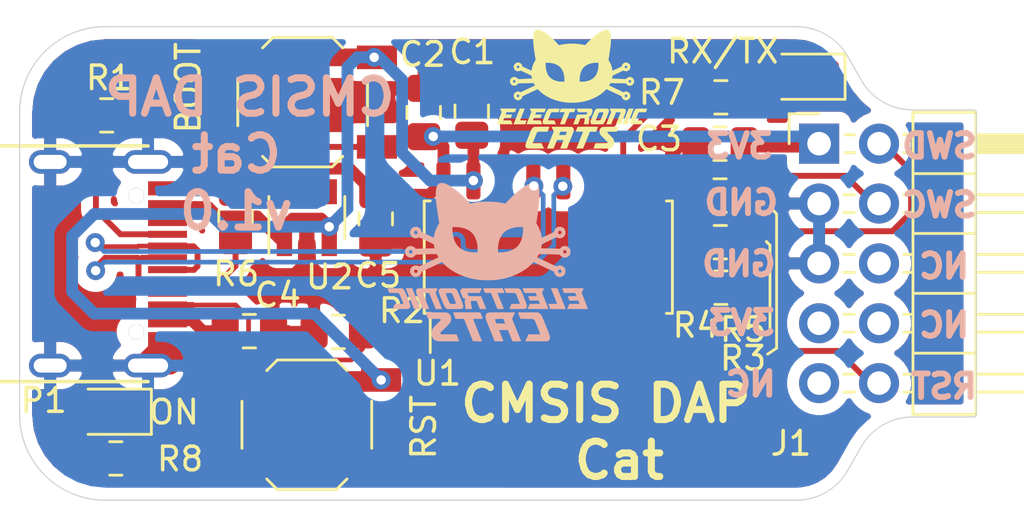
<source format=kicad_pcb>
(kicad_pcb (version 20171130) (host pcbnew "(5.1.6)-1")
  (layers (0 F.Cu signal hide) (31 B.Cu signal) (34 B.Paste user) (35 F.Paste user) (36 B.SilkS user) (37 F.SilkS user) (38 B.Mask user hide) (39 F.Mask user hide) (44 Edge.Cuts user))
  (net 0 "")
  (net 1 GND)
  (net 2 +5V)
  (net 3 +3V3)
  (net 4 "Net-(D1-Pad2)")
  (net 5 "Net-(D2-Pad2)")
  (net 6 /RESET)
  (net 7 "Net-(J1-Pad9)")
  (net 8 "Net-(J1-Pad8)")
  (net 9 "Net-(J1-Pad7)")
  (net 10 "Net-(J1-Pad6)")
  (net 11 /SWCLK)
  (net 12 /SWDIO)
  (net 13 "Net-(P1-PadB5)")
  (net 14 /D+)
  (net 15 /D-)
  (net 16 "Net-(P1-PadA5)")
  (net 17 "Net-(R3-Pad2)")
  (net 18 "Net-(R4-Pad2)")
  (net 19 "Net-(R5-Pad2)")
  (net 20 "Net-(R6-Pad2)")
  (net 21 /LED)
  (net 22 /RST)
  (net 23 "Net-(U1-Pad11)")
  (net 24 "Net-(U1-Pad9)")
  (net 25 "Net-(U1-Pad5)")
  (net 26 "Net-(U1-Pad4)")
  (net 27 "Net-(U1-Pad3)")
  (net 28 "Net-(U1-Pad2)")
  (net 29 "Net-(U2-Pad4)")
  (module Resistor_SMD:R_0805_2012Metric_Pad1.15x1.40mm_HandSolder (layer F.Cu) (at 140.462 70.6882 90)
    (fp_text reference R6 (at -2.4384 0.0254 180) (layer F.SilkS))
    (fp_text value 20K)
    (pad 2 smd roundrect (at 1.025 0 90) (size 1.15 1.4) (layers F.Cu F.Paste F.Mask) (roundrect_rratio 0.217391) (net 20 "Net-(R6-Pad2)"))
    (pad 1 smd roundrect (at -1.025 0 90) (size 1.15 1.4) (layers F.Cu F.Paste F.Mask) (roundrect_rratio 0.217391) (net 14 /D+))
  )
  (module Button_Switch_SMD:SW_SPST_TL3342 (layer F.Cu) (at 143.3068 65.8368)
    (fp_text reference BOOT (at -4.8514 -0.6096 270) (layer F.SilkS))
    (fp_text value BOOT)
    (pad 2 smd rect (at 3.15 1.9) (size 1.7 1) (layers F.Cu F.Paste F.Mask) (net 20 "Net-(R6-Pad2)"))
    (pad 2 smd rect (at -3.15 1.9) (size 1.7 1) (layers F.Cu F.Paste F.Mask) (net 20 "Net-(R6-Pad2)"))
    (pad 1 smd rect (at 3.15 -1.9) (size 1.7 1) (layers F.Cu F.Paste F.Mask) (net 2 +5V))
    (pad 1 smd rect (at -3.15 -1.9) (size 1.7 1) (layers F.Cu F.Paste F.Mask) (net 2 +5V))
  )
  (module Button_Switch_SMD:SW_SPST_TL3342 (layer F.Cu) (at 143.4846 79.5274)
    (fp_text reference RST (at 4.953 0.1016 90) (layer F.SilkS))
    (fp_text value RST)
    (pad 2 smd rect (at 3.15 1.9) (size 1.7 1) (layers F.Cu F.Paste F.Mask) (net 22 /RST))
    (pad 2 smd rect (at -3.15 1.9) (size 1.7 1) (layers F.Cu F.Paste F.Mask) (net 22 /RST))
    (pad 1 smd rect (at 3.15 -1.9) (size 1.7 1) (layers F.Cu F.Paste F.Mask) (net 2 +5V))
    (pad 1 smd rect (at -3.15 -1.9) (size 1.7 1) (layers F.Cu F.Paste F.Mask) (net 2 +5V))
  )
  (module Connectors:C393939 (layer F.Cu) (at 136.7536 72.6948 270)
    (fp_text reference P1 (at 5.8039 4.42722 180) (layer F.SilkS))
    (fp_text value USB_C_Plug_USB2.0)
    (pad B5 smd rect (at 1.75 -0.825 270) (size 0.3 1.65) (layers F.Cu F.Paste F.Mask) (net 13 "Net-(P1-PadB5)"))
    (pad B8 smd rect (at 1.25 -0.825 270) (size 0.3 1.65) (layers F.Cu F.Paste F.Mask))
    (pad A6 smd rect (at 0.75 -0.825 270) (size 0.3 1.65) (layers F.Cu F.Paste F.Mask) (net 14 /D+))
    (pad A7 smd rect (at 0.25 -0.825 270) (size 0.3 1.65) (layers F.Cu F.Paste F.Mask) (net 15 /D-))
    (pad A6 smd rect (at -0.25 -0.825 270) (size 0.3 1.65) (layers F.Cu F.Paste F.Mask) (net 14 /D+))
    (pad A7 smd rect (at -0.75 -0.825 270) (size 0.3 1.65) (layers F.Cu F.Paste F.Mask) (net 15 /D-))
    (pad A5 smd rect (at -1.25 -0.825 270) (size 0.3 1.65) (layers F.Cu F.Paste F.Mask) (net 16 "Net-(P1-PadA5)"))
    (pad A8 smd rect (at -1.75 -0.825 270) (size 0.3 1.65) (layers F.Cu F.Paste F.Mask))
    (pad A4 smd rect (at 2.4 -0.825 270) (size 0.6 1.65) (layers F.Cu F.Paste F.Mask) (net 2 +5V))
    (pad A4 smd rect (at -2.4 -0.825 270) (size 0.6 1.65) (layers F.Cu F.Paste F.Mask) (net 2 +5V))
    (pad A1 smd rect (at 3.2 -0.825 270) (size 0.6 1.65) (layers F.Cu F.Paste F.Mask) (net 1 GND))
    (pad A1 smd rect (at -3.2 -0.825 270) (size 0.6 1.65) (layers F.Cu F.Paste F.Mask) (net 1 GND))
    (pad "" thru_hole circle (at 2.89 0.5 270) (size 0.65 0.65) (drill 0.65) (layers *.Cu *.Mask))
    (pad "" thru_hole circle (at -2.89 0.5 270) (size 0.65 0.65) (drill 0.65) (layers *.Cu *.Mask))
    (pad S1 thru_hole oval (at 4.32 4.15 270) (size 1 1.8) (drill oval 0.6 1.4) (layers *.Cu *.Mask) (net 1 GND))
    (pad S1 thru_hole oval (at -4.32 4.15 270) (size 1 1.8) (drill oval 0.6 1.4) (layers *.Cu *.Mask) (net 1 GND))
    (pad S1 thru_hole oval (at 4.32 0 270) (size 1 2.1) (drill oval 0.6 1.7) (layers *.Cu *.Mask) (net 1 GND))
    (pad S1 thru_hole oval (at -4.32 0 270) (size 1 2.1) (drill oval 0.6 1.7) (layers *.Cu *.Mask) (net 1 GND))
  )
  (module Package_TO_SOT_SMD:SOT-23-5 (layer F.Cu) (at 143.4846 70.739 90)
    (fp_text reference U2 (at -2.51968 0.9652 180) (layer F.SilkS))
    (fp_text value HX9193-33GB)
    (pad 5 smd rect (at 1.1 -0.95 90) (size 1.06 0.65) (layers F.Cu F.Paste F.Mask) (net 3 +3V3))
    (pad 4 smd rect (at 1.1 0.95 90) (size 1.06 0.65) (layers F.Cu F.Paste F.Mask) (net 29 "Net-(U2-Pad4)"))
    (pad 3 smd rect (at -1.1 0.95 90) (size 1.06 0.65) (layers F.Cu F.Paste F.Mask) (net 2 +5V))
    (pad 2 smd rect (at -1.1 0 90) (size 1.06 0.65) (layers F.Cu F.Paste F.Mask) (net 1 GND))
    (pad 1 smd rect (at -1.1 -0.95 90) (size 1.06 0.65) (layers F.Cu F.Paste F.Mask) (net 2 +5V))
  )
  (module Aesthetics:electronic_cats_logo_4x3 (layer F.Cu) (at 154.72664 65.28562)
    (fp_text reference G*** hide)
    (fp_text value LOGO hide)
  )
  (module Aesthetics:electronic_cats_logo_8x6 (layer B.Cu) (at 151.1554 72.62876 180)
    (fp_text reference G*** hide)
    (fp_text value LOGO hide)
  )
  (module Resistor_SMD:R_0805_2012Metric_Pad1.15x1.40mm_HandSolder (layer F.Cu) (at 161.036 65.6336 180)
    (fp_text reference R7 (at 2.49936 0.20574) (layer F.SilkS))
    (fp_text value 1K)
    (pad 2 smd roundrect (at 1.025 0 180) (size 1.15 1.4) (layers F.Cu F.Paste F.Mask) (roundrect_rratio 0.217391) (net 21 /LED))
    (pad 1 smd roundrect (at -1.025 0 180) (size 1.15 1.4) (layers F.Cu F.Paste F.Mask) (roundrect_rratio 0.217391) (net 4 "Net-(D1-Pad2)"))
  )
  (module Package_SO:SOP-16_4.55x10.3mm_P1.27mm (layer F.Cu) (at 153.7208 72.4154 90)
    (fp_text reference U1 (at -4.9276 -4.699 180) (layer F.SilkS))
    (fp_text value CH552G)
    (pad 16 smd roundrect (at 3.25 -4.445 90) (size 1.6 0.6) (layers F.Cu F.Paste F.Mask) (net 3 +3V3))
    (pad 15 smd roundrect (at 3.25 -3.175 90) (size 1.6 0.6) (layers F.Cu F.Paste F.Mask) (net 2 +5V))
    (pad 14 smd roundrect (at 3.25 -1.905 90) (size 1.6 0.6) (layers F.Cu F.Paste F.Mask) (net 1 GND))
    (pad 13 smd roundrect (at 3.25 -0.635 90) (size 1.6 0.6) (layers F.Cu F.Paste F.Mask) (net 15 /D-))
    (pad 12 smd roundrect (at 3.25 0.635 90) (size 1.6 0.6) (layers F.Cu F.Paste F.Mask) (net 14 /D+))
    (pad 11 smd roundrect (at 3.25 1.905 90) (size 1.6 0.6) (layers F.Cu F.Paste F.Mask) (net 23 "Net-(U1-Pad11)"))
    (pad 10 smd roundrect (at 3.25 3.175 90) (size 1.6 0.6) (layers F.Cu F.Paste F.Mask) (net 21 /LED))
    (pad 9 smd roundrect (at 3.25 4.445 90) (size 1.6 0.6) (layers F.Cu F.Paste F.Mask) (net 24 "Net-(U1-Pad9)"))
    (pad 8 smd roundrect (at -3.25 4.445 90) (size 1.6 0.6) (layers F.Cu F.Paste F.Mask) (net 18 "Net-(R4-Pad2)"))
    (pad 7 smd roundrect (at -3.25 3.175 90) (size 1.6 0.6) (layers F.Cu F.Paste F.Mask) (net 17 "Net-(R3-Pad2)"))
    (pad 6 smd roundrect (at -3.25 1.905 90) (size 1.6 0.6) (layers F.Cu F.Paste F.Mask) (net 22 /RST))
    (pad 5 smd roundrect (at -3.25 0.635 90) (size 1.6 0.6) (layers F.Cu F.Paste F.Mask) (net 25 "Net-(U1-Pad5)"))
    (pad 4 smd roundrect (at -3.25 -0.635 90) (size 1.6 0.6) (layers F.Cu F.Paste F.Mask) (net 26 "Net-(U1-Pad4)"))
    (pad 3 smd roundrect (at -3.25 -1.905 90) (size 1.6 0.6) (layers F.Cu F.Paste F.Mask) (net 27 "Net-(U1-Pad3)"))
    (pad 2 smd roundrect (at -3.25 -3.175 90) (size 1.6 0.6) (layers F.Cu F.Paste F.Mask) (net 28 "Net-(U1-Pad2)"))
    (pad 1 smd roundrect (at -3.25 -4.445 90) (size 1.6 0.6) (layers F.Cu F.Paste F.Mask) (net 19 "Net-(R5-Pad2)"))
  )
  (module Resistor_SMD:R_0805_2012Metric_Pad1.15x1.40mm_HandSolder (layer F.Cu) (at 135.38708 80.95488)
    (fp_text reference R8 (at 2.72542 0.0254) (layer F.SilkS))
    (fp_text value 1K)
    (pad 2 smd roundrect (at 1.025 0) (size 1.15 1.4) (layers F.Cu F.Paste F.Mask) (roundrect_rratio 0.217391) (net 2 +5V))
    (pad 1 smd roundrect (at -1.025 0) (size 1.15 1.4) (layers F.Cu F.Paste F.Mask) (roundrect_rratio 0.217391) (net 5 "Net-(D2-Pad2)"))
  )
  (module Resistor_SMD:R_0805_2012Metric_Pad1.15x1.40mm_HandSolder (layer F.Cu) (at 161.0106 71.7804 180)
    (fp_text reference R5 (at -0.9652 -3.7084) (layer F.SilkS))
    (fp_text value 150)
    (pad 2 smd roundrect (at 1.025 0 180) (size 1.15 1.4) (layers F.Cu F.Paste F.Mask) (roundrect_rratio 0.217391) (net 19 "Net-(R5-Pad2)"))
    (pad 1 smd roundrect (at -1.025 0 180) (size 1.15 1.4) (layers F.Cu F.Paste F.Mask) (roundrect_rratio 0.217391) (net 12 /SWDIO))
  )
  (module Resistor_SMD:R_0805_2012Metric_Pad1.15x1.40mm_HandSolder (layer F.Cu) (at 161.036 73.7108 180)
    (fp_text reference R4 (at 1.0668 -1.6002) (layer F.SilkS))
    (fp_text value 150)
    (pad 2 smd roundrect (at 1.025 0 180) (size 1.15 1.4) (layers F.Cu F.Paste F.Mask) (roundrect_rratio 0.217391) (net 18 "Net-(R4-Pad2)"))
    (pad 1 smd roundrect (at -1.025 0 180) (size 1.15 1.4) (layers F.Cu F.Paste F.Mask) (roundrect_rratio 0.217391) (net 6 /RESET))
  )
  (module Resistor_SMD:R_0805_2012Metric_Pad1.15x1.40mm_HandSolder (layer F.Cu) (at 161 69.8 180)
    (fp_text reference R3 (at -0.9758 -6.908) (layer F.SilkS))
    (fp_text value 150)
    (pad 2 smd roundrect (at 1.025 0 180) (size 1.15 1.4) (layers F.Cu F.Paste F.Mask) (roundrect_rratio 0.217391) (net 17 "Net-(R3-Pad2)"))
    (pad 1 smd roundrect (at -1.025 0 180) (size 1.15 1.4) (layers F.Cu F.Paste F.Mask) (roundrect_rratio 0.217391) (net 11 /SWCLK))
  )
  (module Resistor_SMD:R_0805_2012Metric_Pad1.15x1.40mm_HandSolder (layer F.Cu) (at 144.8181 75.58786)
    (fp_text reference R2 (at 2.70002 -0.89916) (layer F.SilkS))
    (fp_text value 5.1K)
    (pad 2 smd roundrect (at 1.025 0) (size 1.15 1.4) (layers F.Cu F.Paste F.Mask) (roundrect_rratio 0.217391) (net 13 "Net-(P1-PadB5)"))
    (pad 1 smd roundrect (at -1.025 0) (size 1.15 1.4) (layers F.Cu F.Paste F.Mask) (roundrect_rratio 0.217391) (net 1 GND))
  )
  (module Resistor_SMD:R_0805_2012Metric_Pad1.15x1.40mm_HandSolder (layer F.Cu) (at 135 66.4 180)
    (fp_text reference R1 (at -0.1 1.59) (layer F.SilkS))
    (fp_text value 5.1K)
    (pad 2 smd roundrect (at 1.025 0 180) (size 1.15 1.4) (layers F.Cu F.Paste F.Mask) (roundrect_rratio 0.217391) (net 16 "Net-(P1-PadA5)"))
    (pad 1 smd roundrect (at -1.025 0 180) (size 1.15 1.4) (layers F.Cu F.Paste F.Mask) (roundrect_rratio 0.217391) (net 1 GND))
  )
  (module Connector_PinHeader_2.54mm:PinHeader_2x05_P2.54mm_Horizontal (layer F.Cu) (at 165.2 67.6)
    (fp_text reference J1 (at -1.1922 12.7148) (layer F.SilkS))
    (fp_text value DEBUG_OUT)
    (pad 10 thru_hole oval (at 2.54 10.16) (size 1.7 1.7) (drill 1) (layers *.Cu *.Mask) (net 6 /RESET))
    (pad 9 thru_hole oval (at 0 10.16) (size 1.7 1.7) (drill 1) (layers *.Cu *.Mask) (net 7 "Net-(J1-Pad9)"))
    (pad 8 thru_hole oval (at 2.54 7.62) (size 1.7 1.7) (drill 1) (layers *.Cu *.Mask) (net 8 "Net-(J1-Pad8)"))
    (pad 7 thru_hole oval (at 0 7.62) (size 1.7 1.7) (drill 1) (layers *.Cu *.Mask) (net 9 "Net-(J1-Pad7)"))
    (pad 6 thru_hole oval (at 2.54 5.08) (size 1.7 1.7) (drill 1) (layers *.Cu *.Mask) (net 10 "Net-(J1-Pad6)"))
    (pad 5 thru_hole oval (at 0 5.08) (size 1.7 1.7) (drill 1) (layers *.Cu *.Mask) (net 1 GND))
    (pad 4 thru_hole oval (at 2.54 2.54) (size 1.7 1.7) (drill 1) (layers *.Cu *.Mask) (net 11 /SWCLK))
    (pad 3 thru_hole oval (at 0 2.54) (size 1.7 1.7) (drill 1) (layers *.Cu *.Mask) (net 1 GND))
    (pad 2 thru_hole oval (at 2.54 0) (size 1.7 1.7) (drill 1) (layers *.Cu *.Mask) (net 12 /SWDIO))
    (pad 1 thru_hole rect (at 0 0) (size 1.7 1.7) (drill 1) (layers *.Cu *.Mask) (net 3 +3V3))
  )
  (module LED_SMD:LED_0805_2012Metric (layer F.Cu) (at 135.20928 78.97368 180)
    (fp_text reference ON (at -2.64668 -0.01778) (layer F.SilkS))
    (fp_text value LED)
    (pad 2 smd roundrect (at 0.9375 0 180) (size 0.975 1.4) (layers F.Cu F.Paste F.Mask) (net 5 "Net-(D2-Pad2)"))
    (pad 1 smd roundrect (at -0.9375 0 180) (size 0.975 1.4) (layers F.Cu F.Paste F.Mask) (net 1 GND))
  )
  (module LED_SMD:LED_0805_2012Metric (layer F.Cu) (at 164.6174 64.7573 180)
    (fp_text reference RX/TX (at 3.50266 1.08458) (layer F.SilkS))
    (fp_text value LED)
    (pad 2 smd roundrect (at 0.9375 0 180) (size 0.975 1.4) (layers F.Cu F.Paste F.Mask) (net 4 "Net-(D1-Pad2)"))
    (pad 1 smd roundrect (at -0.9375 0 180) (size 0.975 1.4) (layers F.Cu F.Paste F.Mask) (net 1 GND))
  )
  (module Capacitor_SMD:C_0805_2012Metric_Pad1.15x1.40mm_HandSolder (layer F.Cu) (at 146.4056 70.7898 270)
    (fp_text reference C5 (at 2.4 -0.1 180) (layer F.SilkS))
    (fp_text value 1uF)
    (pad 2 smd roundrect (at 1.025 0 270) (size 1.15 1.4) (layers F.Cu F.Paste F.Mask) (roundrect_rratio 0.217391) (net 1 GND))
    (pad 1 smd roundrect (at -1.025 0 270) (size 1.15 1.4) (layers F.Cu F.Paste F.Mask) (roundrect_rratio 0.217391) (net 3 +3V3))
  )
  (module Capacitor_SMD:C_0805_2012Metric_Pad1.15x1.40mm_HandSolder (layer F.Cu) (at 141.04874 75.55484)
    (fp_text reference C4 (at 1.2065 -1.52908) (layer F.SilkS))
    (fp_text value 1uF)
    (pad 2 smd roundrect (at 1.025 0) (size 1.15 1.4) (layers F.Cu F.Paste F.Mask) (roundrect_rratio 0.217391) (net 1 GND))
    (pad 1 smd roundrect (at -1.025 0) (size 1.15 1.4) (layers F.Cu F.Paste F.Mask) (roundrect_rratio 0.217391) (net 2 +5V))
  )
  (module Capacitor_SMD:C_0805_2012Metric_Pad1.15x1.40mm_HandSolder (layer F.Cu) (at 161 67.6 180)
    (fp_text reference C3 (at 2.58782 0.2011 180) (layer F.SilkS))
    (fp_text value 0.1uF)
    (pad 2 smd roundrect (at 1.025 0 180) (size 1.15 1.4) (layers F.Cu F.Paste F.Mask) (roundrect_rratio 0.217391) (net 1 GND))
    (pad 1 smd roundrect (at -1.025 0 180) (size 1.15 1.4) (layers F.Cu F.Paste F.Mask) (roundrect_rratio 0.217391) (net 3 +3V3))
  )
  (module Capacitor_SMD:C_0805_2012Metric_Pad1.15x1.40mm_HandSolder (layer F.Cu) (at 148.4376 66.27738 90)
    (fp_text reference C2 (at 2.4638 -0.0508 180) (layer F.SilkS))
    (fp_text value 0.1uF)
    (pad 2 smd roundrect (at 1.025 0 90) (size 1.15 1.4) (layers F.Cu F.Paste F.Mask) (roundrect_rratio 0.217391) (net 1 GND))
    (pad 1 smd roundrect (at -1.025 0 90) (size 1.15 1.4) (layers F.Cu F.Paste F.Mask) (roundrect_rratio 0.217391) (net 3 +3V3))
  )
  (module Capacitor_SMD:C_0805_2012Metric_Pad1.15x1.40mm_HandSolder (layer F.Cu) (at 150.47468 66.2178 90)
    (fp_text reference C1 (at 2.5146 0.0254 180) (layer F.SilkS))
    (fp_text value 0.1uF)
    (pad 2 smd roundrect (at 1.025 0 90) (size 1.15 1.4) (layers F.Cu F.Paste F.Mask) (roundrect_rratio 0.217391) (net 1 GND))
    (pad 1 smd roundrect (at -1.025 0 90) (size 1.15 1.4) (layers F.Cu F.Paste F.Mask) (roundrect_rratio 0.217391) (net 2 +5V))
  )
  (gr_line (start 136.23544 82.7278) (end 134.940041 82.727286) (layer Edge.Cuts) (width 0.05))
  (gr_line (start 136.23544 62.6364) (end 134.94004 62.6364) (layer Edge.Cuts) (width 0.05))
  (gr_line (start 163.1188 71.9074) (end 162.9664 71.755) (layer F.SilkS) (width 0.12))
  (gr_line (start 163.1188 75.5396) (end 163.1188 71.9074) (layer F.SilkS) (width 0.12))
  (gr_line (start 163.0426 75.5904) (end 163.1188 75.5396) (layer F.SilkS) (width 0.12))
  (gr_line (start 163.3982 70.5866) (end 163.1696 70.3326) (layer F.SilkS) (width 0.12))
  (gr_line (start 163.3982 76.2762) (end 163.0172 76.5302) (layer F.SilkS) (width 0.12))
  (gr_line (start 163.0426 71.8312) (end 162.9664 71.755) (layer F.SilkS) (width 0.12))
  (gr_line (start 163.0426 75.5904) (end 162.9156 75.692) (layer F.SilkS) (width 0.12))
  (gr_line (start 163.3982 76.2762) (end 163.3982 70.5866) (layer F.SilkS) (width 0.12))
  (gr_line (start 131.30784 66.2686) (end 131.307841 79.095086) (layer Edge.Cuts) (width 0.05))
  (gr_arc (start 164.236401 80.213201) (end 166.4208 81.4578) (angle 60.32691789) (layer Edge.Cuts) (width 0.05))
  (gr_line (start 166.9796 80.4672) (end 166.4208 81.4578) (layer Edge.Cuts) (width 0.05))
  (gr_arc (start 164.236401 65.150999) (end 166.4208 63.9064) (angle -60.32691789) (layer Edge.Cuts) (width 0.05))
  (gr_line (start 166.9796 64.897) (end 166.4208 63.9064) (layer Edge.Cuts) (width 0.05))
  (gr_arc (start 169.164 81.711285) (end 166.979601 80.466686) (angle 60.32691789) (layer Edge.Cuts) (width 0.05))
  (gr_arc (start 169.164 63.652915) (end 166.979601 64.897514) (angle -60.32691789) (layer Edge.Cuts) (width 0.05))
  (gr_text NC (at 162.3 77.8) (layer B.SilkS) (effects (font (size 1 1) (thickness 0.25)) (justify mirror)))
  (gr_text 3V3 (at 161.9 75.2) (layer B.SilkS) (effects (font (size 1 1) (thickness 0.25)) (justify mirror)))
  (gr_text RST (at 170.5 77.9) (layer B.SilkS) (effects (font (size 1 1) (thickness 0.25)) (justify mirror)))
  (gr_text NC (at 170.5 75.3) (layer B.SilkS) (effects (font (size 1 1) (thickness 0.25)) (justify mirror)))
  (gr_text NC (at 170.5 72.8) (layer B.SilkS) (effects (font (size 1 1) (thickness 0.25)) (justify mirror)))
  (gr_text GND (at 161.8 72.7) (layer B.SilkS) (effects (font (size 1 1) (thickness 0.25)) (justify mirror)))
  (gr_text SWC (at 170.3 70.2) (layer B.SilkS) (effects (font (size 1 1) (thickness 0.25)) (justify mirror)))
  (gr_text GND (at 161.9 70.1) (layer B.SilkS) (effects (font (size 1 1) (thickness 0.25)) (justify mirror)))
  (gr_text SWD (at 170.3 67.7) (layer B.SilkS) (effects (font (size 1 1) (thickness 0.25)) (justify mirror)))
  (gr_text 3V3 (at 161.8 67.7) (layer B.SilkS) (effects (font (size 1 1) (thickness 0.25)) (justify mirror)))
  (gr_text "CMSIS DAP \nCat" (at 156.7307 79.83474) (layer F.SilkS) (effects (font (size 1.5 1.5) (thickness 0.3))))
  (gr_text "CMSIS DAP \nCat\nv1.0" (at 140.49502 68.04406) (layer B.SilkS) (effects (font (size 1.5 1.5) (thickness 0.3)) (justify mirror)))
  (gr_arc (start 134.940041 79.095086) (end 131.307841 79.095086) (angle -90) (layer Edge.Cuts) (width 0.05))
  (gr_arc (start 134.94004 66.2686) (end 134.94004 62.6364) (angle -90) (layer Edge.Cuts) (width 0.05))
  (gr_line (start 136.236401 82.727286) (end 150.236401 82.727286) (layer Edge.Cuts) (width 0.05))
  (gr_line (start 136.2364 62.6364) (end 150.2364 62.6364) (layer Edge.Cuts) (width 0.05))
  (gr_line (start 171.7548 79.1972) (end 169.164 79.1972) (layer Edge.Cuts) (width 0.05))
  (gr_line (start 171.7548 66.167) (end 169.164 66.167) (layer Edge.Cuts) (width 0.05))
  (gr_arc (start 171.7548 79.0956) (end 171.7548 79.1972) (angle -90) (layer Edge.Cuts) (width 0.05))
  (gr_arc (start 171.7548 66.2686) (end 171.8564 66.2686) (angle -90) (layer Edge.Cuts) (width 0.05))
  (gr_line (start 171.8564 66.2686) (end 171.8564 79.0956) (layer Edge.Cuts) (width 0.05))
  (gr_line (start 150.236401 82.727286) (end 164.236401 82.727286) (layer Edge.Cuts) (width 0.05))
  (gr_line (start 150.2364 62.6364) (end 164.2364 62.6364) (layer Edge.Cuts) (width 0.05))
  (via (at 153.10866 69.3928) (size 0.8) (drill 0.4) (layers F.Cu B.Cu) (net 15))
  (via (at 154.33548 69.4055) (size 0.8) (drill 0.4) (layers F.Cu B.Cu) (net 14))
  (via (at 134.5311 72.9869) (size 0.8) (drill 0.4) (layers F.Cu B.Cu) (net 14))
  (via (at 134.51332 71.79564) (size 0.8) (drill 0.4) (layers F.Cu B.Cu) (net 15))
  (segment (start 137.5786 75.8948) (end 138.0948 75.8948) (width 0.5) (layer F.Cu) (net 1))
  (segment (start 165.5549 64.7573) (end 165.5549 64.21604) (width 0.5) (layer F.Cu) (net 1))
  (segment (start 165.02682 63.68796) (end 165.00602 63.68796) (width 0.5) (layer F.Cu) (net 1))
  (segment (start 165.5549 64.21604) (end 165.02682 63.68796) (width 0.5) (layer F.Cu) (net 1))
  (segment (start 165.00602 63.68796) (end 164.95014 63.63208) (width 0.5) (layer F.Cu) (net 1))
  (segment (start 164.95014 63.63208) (end 164.69868 63.63208) (width 0.5) (layer F.Cu) (net 1))
  (segment (start 159.975 67.6) (end 159.4 67.6) (width 0.5) (layer F.Cu) (net 1))
  (segment (start 159.4 67.6) (end 158.91581 68.08419) (width 0.5) (layer F.Cu) (net 1))
  (segment (start 158.91581 70.43095) (end 158.42234 70.92442) (width 0.5) (layer F.Cu) (net 1))
  (segment (start 158.91581 70.03359) (end 158.91581 70.43095) (width 0.5) (layer F.Cu) (net 1))
  (segment (start 158.91581 70.05899) (end 158.85414 70.12066) (width 0.5) (layer F.Cu) (net 1))
  (segment (start 158.91581 70.03359) (end 158.91581 70.05899) (width 0.5) (layer F.Cu) (net 1))
  (segment (start 158.91581 68.08419) (end 158.91581 70.03359) (width 0.5) (layer F.Cu) (net 1))
  (segment (start 158.85414 70.12066) (end 158.85414 70.88124) (width 0.5) (layer F.Cu) (net 1))
  (segment (start 158.85414 70.88124) (end 158.85414 70.98792) (width 0.5) (layer F.Cu) (net 1))
  (segment (start 158.85414 70.98792) (end 157.83306 72.009) (width 0.5) (layer F.Cu) (net 1))
  (segment (start 143.4846 71.98614) (end 143.48714 71.98868) (width 0.75) (layer F.Cu) (net 1))
  (segment (start 143.4846 71.839) (end 143.4846 71.98614) (width 0.75) (layer F.Cu) (net 1))
  (segment (start 143.332582 72.93102) (end 142.862682 73.40092) (width 0.75) (layer F.Cu) (net 1))
  (segment (start 143.48714 72.93102) (end 143.332582 72.93102) (width 0.75) (layer F.Cu) (net 1))
  (segment (start 143.48714 72.781542) (end 143.933798 73.2282) (width 0.75) (layer F.Cu) (net 1))
  (segment (start 143.48714 72.43318) (end 143.48714 72.93102) (width 0.75) (layer F.Cu) (net 1))
  (segment (start 143.48714 72.43318) (end 143.48714 72.781542) (width 0.75) (layer F.Cu) (net 1))
  (segment (start 143.48714 71.98868) (end 143.48714 72.43318) (width 0.75) (layer F.Cu) (net 1))
  (segment (start 136.7536 77.0148) (end 137.7041 77.0148) (width 0.75) (layer F.Cu) (net 1))
  (segment (start 137.7041 77.0148) (end 137.8204 76.8985) (width 0.75) (layer F.Cu) (net 1))
  (segment (start 136.7536 76.7198) (end 136.7536 77.0148) (width 0.75) (layer F.Cu) (net 1))
  (segment (start 137.8204 76.8985) (end 137.8204 76.1366) (width 0.75) (layer F.Cu) (net 1))
  (segment (start 137.653601 75.969801) (end 137.503599 75.969801) (width 0.75) (layer F.Cu) (net 1))
  (segment (start 137.503599 75.969801) (end 136.7536 76.7198) (width 0.75) (layer F.Cu) (net 1))
  (segment (start 137.8204 76.1366) (end 137.653601 75.969801) (width 0.75) (layer F.Cu) (net 1))
  (segment (start 136.7536 77.0148) (end 138.2883 77.0148) (width 0.2) (layer F.Cu) (net 1))
  (segment (start 138.2883 77.0148) (end 138.3665 76.9366) (width 0.2) (layer F.Cu) (net 1))
  (segment (start 138.3665 76.9366) (end 138.3665 76.83754) (width 0.2) (layer F.Cu) (net 1))
  (segment (start 138.3665 76.83754) (end 138.20394 76.67498) (width 0.2) (layer F.Cu) (net 1))
  (segment (start 138.1052 75.0948) (end 138.155199 75.044801) (width 0.5) (layer F.Cu) (net 2))
  (segment (start 137.5786 75.0948) (end 138.1052 75.0948) (width 0.5) (layer F.Cu) (net 2))
  (segment (start 150.5458 67.4206) (end 150.5757 67.3907) (width 0.5) (layer F.Cu) (net 2))
  (segment (start 150.5458 69.1654) (end 150.5458 69.1654) (width 0.5) (layer F.Cu) (net 2))
  (segment (start 140.1568 63.9368) (end 146.33964 63.9368) (width 0.75) (layer F.Cu) (net 2))
  (segment (start 140.3346 77.6274) (end 143.13416 77.6274) (width 0.5) (layer F.Cu) (net 2))
  (segment (start 143.13416 77.6274) (end 144.19572 77.6274) (width 0.5) (layer F.Cu) (net 2))
  (segment (start 144.19572 77.6274) (end 146.6346 77.6274) (width 0.5) (layer F.Cu) (net 2))
  (segment (start 140.3346 77.6274) (end 144.22112 77.6274) (width 0.75) (layer F.Cu) (net 2))
  (segment (start 144.22112 77.6274) (end 146.6346 77.6274) (width 0.75) (layer F.Cu) (net 2))
  (segment (start 137.5786 70.2948) (end 138.713602 70.2948) (width 0.5) (layer F.Cu) (net 2))
  (segment (start 137.5786 75.0948) (end 138.713602 75.0948) (width 0.5) (layer F.Cu) (net 2))
  (segment (start 140.02374 77.31654) (end 140.3346 77.6274) (width 0.75) (layer F.Cu) (net 2))
  (segment (start 140.02374 75.55484) (end 140.02374 77.31654) (width 0.75) (layer F.Cu) (net 2))
  (segment (start 138.14552 80.95488) (end 136.41208 80.95488) (width 0.75) (layer F.Cu) (net 2))
  (segment (start 140.3346 77.6274) (end 140.3346 78.7658) (width 0.75) (layer F.Cu) (net 2))
  (segment (start 140.3346 78.7658) (end 138.14552 80.95488) (width 0.75) (layer F.Cu) (net 2))
  (segment (start 138.713602 75.0948) (end 138.713602 75.188202) (width 0.5) (layer F.Cu) (net 2))
  (segment (start 139.08024 75.55484) (end 140.02374 75.55484) (width 0.5) (layer F.Cu) (net 2))
  (segment (start 138.713602 75.188202) (end 139.08024 75.55484) (width 0.5) (layer F.Cu) (net 2))
  (segment (start 139.7 70.6882) (end 141.3838 70.6882) (width 0.5) (layer F.Cu) (net 2))
  (segment (start 139.29868 70.28688) (end 138.721522 70.28688) (width 0.5) (layer F.Cu) (net 2))
  (segment (start 138.721522 70.28688) (end 138.713602 70.2948) (width 0.5) (layer F.Cu) (net 2))
  (segment (start 139.29868 70.28688) (end 139.7 70.6882) (width 0.5) (layer F.Cu) (net 2))
  (segment (start 146.33964 63.9368) (end 146.4568 63.9368) (width 0.75) (layer F.Cu) (net 2))
  (via (at 146.33964 63.9368) (size 0.8) (drill 0.4) (layers F.Cu B.Cu) (net 2))
  (segment (start 150.5757 67.3907) (end 150.7236 67.2428) (width 0.5) (layer F.Cu) (net 2))
  (segment (start 142.5346 71.123998) (end 142.878958 70.77964) (width 0.5) (layer F.Cu) (net 2))
  (segment (start 142.5346 71.839) (end 142.5346 71.123998) (width 0.5) (layer F.Cu) (net 2))
  (segment (start 144.4346 71.123998) (end 144.4346 71.123998) (width 0.5) (layer F.Cu) (net 2))
  (segment (start 144.090242 70.77964) (end 144.4346 71.123998) (width 0.5) (layer F.Cu) (net 2))
  (segment (start 142.878958 70.77964) (end 144.090242 70.77964) (width 0.5) (layer F.Cu) (net 2))
  (segment (start 141.819598 71.123998) (end 141.79285 71.09725) (width 0.5) (layer F.Cu) (net 2))
  (segment (start 142.5346 71.123998) (end 141.819598 71.123998) (width 0.5) (layer F.Cu) (net 2))
  (segment (start 141.3838 70.6882) (end 141.79285 71.09725) (width 0.5) (layer F.Cu) (net 2))
  (segment (start 141.79285 71.09725) (end 142.5346 71.839) (width 0.5) (layer F.Cu) (net 2))
  (segment (start 144.4346 71.123998) (end 144.4346 71.839) (width 0.5) (layer F.Cu) (net 2))
  (via (at 144.4346 71.123998) (size 0.8) (drill 0.4) (layers F.Cu B.Cu) (net 2))
  (segment (start 145.62844 63.9368) (end 146.33964 63.9368) (width 0.5) (layer B.Cu) (net 2))
  (segment (start 146.6346 77.6274) (end 146.6346 77.6274) (width 0.5) (layer F.Cu) (net 2))
  (via (at 146.6346 77.6274) (size 0.8) (drill 0.4) (layers F.Cu B.Cu) (net 2))
  (segment (start 139.942758 71.123998) (end 144.4346 71.123998) (width 0.5) (layer B.Cu) (net 2))
  (segment (start 139.40282 70.58406) (end 139.942758 71.123998) (width 0.5) (layer B.Cu) (net 2))
  (segment (start 143.816999 74.809799) (end 134.466779 74.809799) (width 0.5) (layer B.Cu) (net 2))
  (segment (start 133.53542 71.515538) (end 134.466898 70.58406) (width 0.5) (layer B.Cu) (net 2))
  (segment (start 146.6346 77.6274) (end 143.816999 74.809799) (width 0.5) (layer B.Cu) (net 2))
  (segment (start 134.466898 70.58406) (end 139.40282 70.58406) (width 0.5) (layer B.Cu) (net 2))
  (segment (start 133.53542 73.87844) (end 133.53542 71.515538) (width 0.5) (layer B.Cu) (net 2))
  (segment (start 134.466779 74.809799) (end 133.53542 73.87844) (width 0.5) (layer B.Cu) (net 2))
  (segment (start 144.4346 71.123998) (end 145.20672 70.351878) (width 0.5) (layer B.Cu) (net 2))
  (segment (start 145.20672 64.35852) (end 145.62844 63.9368) (width 0.5) (layer B.Cu) (net 2))
  (segment (start 145.20672 70.351878) (end 145.20672 64.35852) (width 0.5) (layer B.Cu) (net 2))
  (segment (start 150.5458 69.1654) (end 150.5458 67.4206) (width 0.5) (layer F.Cu) (net 2))
  (via (at 150.5458 69.1654) (size 0.8) (drill 0.4) (layers F.Cu B.Cu) (net 2))
  (segment (start 146.33964 63.9368) (end 146.56808 63.9368) (width 0.5) (layer B.Cu) (net 2))
  (segment (start 146.56808 63.9368) (end 147.5232 64.89192) (width 0.5) (layer B.Cu) (net 2))
  (segment (start 147.5232 64.89192) (end 147.5232 67.97802) (width 0.5) (layer B.Cu) (net 2))
  (segment (start 148.71058 69.1654) (end 150.5458 69.1654) (width 0.5) (layer B.Cu) (net 2))
  (segment (start 147.5232 67.97802) (end 148.71058 69.1654) (width 0.5) (layer B.Cu) (net 2))
  (segment (start 162.025 67.6) (end 165.2 67.6) (width 0.75) (layer F.Cu) (net 3))
  (segment (start 149.2758 67.7254) (end 148.844 67.2936) (width 0.5) (layer F.Cu) (net 3))
  (segment (start 149.2758 69.1654) (end 149.2758 67.7254) (width 0.5) (layer F.Cu) (net 3))
  (segment (start 146.3814 69.789) (end 146.4056 69.7648) (width 0.5) (layer F.Cu) (net 3))
  (segment (start 148.6764 69.7648) (end 149.2758 69.1654) (width 0.5) (layer F.Cu) (net 3))
  (segment (start 146.4056 69.7648) (end 146.42476 69.7648) (width 0.5) (layer F.Cu) (net 3))
  (segment (start 142.5346 69.639) (end 142.5346 69.36236) (width 0.5) (layer F.Cu) (net 3))
  (segment (start 145.299799 68.658999) (end 146.4056 69.7648) (width 0.5) (layer F.Cu) (net 3))
  (segment (start 143.237961 68.658999) (end 145.299799 68.658999) (width 0.5) (layer F.Cu) (net 3))
  (segment (start 142.5346 69.36236) (end 143.237961 68.658999) (width 0.5) (layer F.Cu) (net 3))
  (segment (start 146.42476 69.7648) (end 148.6764 69.7648) (width 0.5) (layer F.Cu) (net 3))
  (segment (start 148.844 67.2936) (end 148.844 67.2936) (width 0.5) (layer F.Cu) (net 3))
  (via (at 148.844 67.2936) (size 0.8) (drill 0.4) (layers F.Cu B.Cu) (net 3))
  (segment (start 164.8936 67.2936) (end 165.2 67.6) (width 0.5) (layer B.Cu) (net 3))
  (segment (start 148.844 67.2936) (end 164.8936 67.2936) (width 0.5) (layer B.Cu) (net 3))
  (segment (start 162.8036 65.6336) (end 163.6799 64.7573) (width 0.25) (layer F.Cu) (net 4))
  (segment (start 162.061 65.6336) (end 162.8036 65.6336) (width 0.25) (layer F.Cu) (net 4))
  (segment (start 134.36208 79.06398) (end 134.27178 78.97368) (width 0.25) (layer F.Cu) (net 5))
  (segment (start 134.36208 80.95488) (end 134.36208 79.06398) (width 0.25) (layer F.Cu) (net 5))
  (segment (start 167.36 77.76) (end 167.74 77.76) (width 0.25) (layer F.Cu) (net 6))
  (segment (start 162.061 73.7108) (end 162.95116 73.7108) (width 0.25) (layer F.Cu) (net 6))
  (segment (start 162.95116 73.7108) (end 162.95116 73.71588) (width 0.25) (layer F.Cu) (net 6))
  (segment (start 162.95116 73.71588) (end 163.50996 74.27468) (width 0.25) (layer F.Cu) (net 6))
  (segment (start 163.50996 74.27468) (end 163.50996 75.692) (width 0.25) (layer F.Cu) (net 6))
  (segment (start 164.212961 76.395001) (end 166.007359 76.395001) (width 0.25) (layer F.Cu) (net 6))
  (segment (start 163.50996 75.692) (end 164.212961 76.395001) (width 0.25) (layer F.Cu) (net 6))
  (segment (start 167.372358 77.76) (end 167.74 77.76) (width 0.25) (layer F.Cu) (net 6))
  (segment (start 166.007359 76.395001) (end 167.372358 77.76) (width 0.25) (layer F.Cu) (net 6))
  (segment (start 162.025 69.8) (end 162.025 70.225) (width 0.25) (layer F.Cu) (net 11))
  (segment (start 162.025 69.8) (end 162.77764 69.8) (width 0.25) (layer F.Cu) (net 11))
  (segment (start 163.612641 68.964999) (end 166.318119 68.964999) (width 0.25) (layer F.Cu) (net 11))
  (segment (start 162.77764 69.8) (end 163.612641 68.964999) (width 0.25) (layer F.Cu) (net 11))
  (segment (start 167.49312 70.14) (end 167.74 70.14) (width 0.25) (layer F.Cu) (net 11))
  (segment (start 166.318119 68.964999) (end 167.49312 70.14) (width 0.25) (layer F.Cu) (net 11))
  (segment (start 167.936044 67.6) (end 167.74 67.6) (width 0.25) (layer F.Cu) (net 12))
  (segment (start 163.3728 71.7804) (end 163.838199 71.315001) (width 0.25) (layer F.Cu) (net 12))
  (segment (start 162.0356 71.7804) (end 163.3728 71.7804) (width 0.25) (layer F.Cu) (net 12))
  (segment (start 169.098442 68.762398) (end 167.936044 67.6) (width 0.25) (layer F.Cu) (net 12))
  (segment (start 163.838199 71.315001) (end 168.304001 71.315001) (width 0.25) (layer F.Cu) (net 12))
  (segment (start 168.304001 71.315001) (end 169.098442 70.52056) (width 0.25) (layer F.Cu) (net 12))
  (segment (start 169.098442 70.52056) (end 169.098442 68.762398) (width 0.25) (layer F.Cu) (net 12))
  (segment (start 137.5786 74.4448) (end 138.6536 74.4448) (width 0.25) (layer F.Cu) (net 13))
  (segment (start 140.466534 74.4448) (end 141.01318 74.991446) (width 0.2) (layer F.Cu) (net 13))
  (segment (start 138.6536 74.4448) (end 140.466534 74.4448) (width 0.2) (layer F.Cu) (net 13))
  (segment (start 141.01318 76.047114) (end 141.742646 76.77658) (width 0.2) (layer F.Cu) (net 13))
  (segment (start 141.01318 74.991446) (end 141.01318 76.047114) (width 0.2) (layer F.Cu) (net 13))
  (segment (start 141.742646 76.77658) (end 145.36674 76.77658) (width 0.2) (layer F.Cu) (net 13))
  (segment (start 145.8431 76.30022) (end 145.8431 75.58786) (width 0.2) (layer F.Cu) (net 13))
  (segment (start 145.36674 76.77658) (end 145.8431 76.30022) (width 0.2) (layer F.Cu) (net 13))
  (segment (start 136.518598 73.4448) (end 137.5786 73.4448) (width 0.25) (layer F.Cu) (net 14))
  (segment (start 136.3484 73.274602) (end 136.518598 73.4448) (width 0.25) (layer F.Cu) (net 14))
  (segment (start 136.5036 72.4448) (end 136.3484 72.6) (width 0.25) (layer F.Cu) (net 14))
  (segment (start 137.5786 72.4448) (end 136.5036 72.4448) (width 0.25) (layer F.Cu) (net 14))
  (segment (start 136.3484 72.8516) (end 136.3484 73.274602) (width 0.25) (layer F.Cu) (net 14))
  (segment (start 136.3484 72.6) (end 136.3484 72.8516) (width 0.25) (layer F.Cu) (net 14))
  (segment (start 137.5786 73.4448) (end 139.80598 73.4448) (width 0.25) (layer F.Cu) (net 14))
  (segment (start 139.80598 73.4448) (end 140.462 72.78878) (width 0.25) (layer F.Cu) (net 14))
  (segment (start 140.462 72.78878) (end 140.462 71.7132) (width 0.25) (layer F.Cu) (net 14))
  (segment (start 134.78324 72.8516) (end 134.54888 73.08596) (width 0.2) (layer F.Cu) (net 14))
  (segment (start 154.33548 69.18572) (end 154.3558 69.1654) (width 0.2) (layer F.Cu) (net 14))
  (segment (start 136.341099 72.4448) (end 137.5786 72.4448) (width 0.2) (layer F.Cu) (net 14))
  (segment (start 136.316099 72.4198) (end 136.341099 72.4448) (width 0.2) (layer F.Cu) (net 14))
  (segment (start 134.5311 72.9869) (end 134.5311 72.813862) (width 0.2) (layer F.Cu) (net 14))
  (segment (start 134.925162 72.4198) (end 136.316099 72.4198) (width 0.2) (layer F.Cu) (net 14))
  (segment (start 134.5311 72.813862) (end 134.925162 72.4198) (width 0.2) (layer F.Cu) (net 14))
  (segment (start 153.237092 72.62516) (end 134.89284 72.62516) (width 0.2) (layer B.Cu) (net 14))
  (segment (start 134.89284 72.62516) (end 134.5311 72.9869) (width 0.2) (layer B.Cu) (net 14))
  (segment (start 153.95342 71.908832) (end 153.237092 72.62516) (width 0.2) (layer B.Cu) (net 14))
  (segment (start 154.33548 69.4055) (end 153.95342 69.78756) (width 0.2) (layer B.Cu) (net 14))
  (segment (start 153.95342 69.78756) (end 153.95342 71.908832) (width 0.2) (layer B.Cu) (net 14))
  (segment (start 138.8516 72.125398) (end 138.681402 71.9552) (width 0.25) (layer F.Cu) (net 15))
  (segment (start 137.6214 72.9552) (end 138.6964 72.9552) (width 0.25) (layer F.Cu) (net 15))
  (segment (start 138.681402 71.9552) (end 137.6214 71.9552) (width 0.25) (layer F.Cu) (net 15))
  (segment (start 138.6964 72.9552) (end 138.8516 72.8) (width 0.25) (layer F.Cu) (net 15))
  (segment (start 138.8516 72.8) (end 138.8516 72.125398) (width 0.25) (layer F.Cu) (net 15))
  (segment (start 134.61676 71.9448) (end 134.50316 71.8312) (width 0.2) (layer F.Cu) (net 15))
  (segment (start 153.12644 69.20604) (end 153.0858 69.1654) (width 0.2) (layer F.Cu) (net 15))
  (segment (start 136.316099 71.9698) (end 134.68748 71.9698) (width 0.2) (layer F.Cu) (net 15))
  (segment (start 134.68748 71.9698) (end 134.51332 71.79564) (width 0.2) (layer F.Cu) (net 15))
  (segment (start 137.5786 71.9448) (end 136.341099 71.9448) (width 0.2) (layer F.Cu) (net 15))
  (segment (start 136.341099 71.9448) (end 136.316099 71.9698) (width 0.2) (layer F.Cu) (net 15))
  (segment (start 134.89284 72.17516) (end 134.51332 71.79564) (width 0.2) (layer B.Cu) (net 15))
  (segment (start 149.20716 72.17516) (end 134.89284 72.17516) (width 0.2) (layer B.Cu) (net 15))
  (segment (start 149.394206 72.109709) (end 149.337325 72.14545) (width 0.2) (layer B.Cu) (net 15))
  (segment (start 149.441709 72.062206) (end 149.394206 72.109709) (width 0.2) (layer B.Cu) (net 15))
  (segment (start 149.50716 71.87516) (end 149.499638 71.941916) (width 0.2) (layer B.Cu) (net 15))
  (segment (start 149.50716 71.741239) (end 149.50716 71.87516) (width 0.2) (layer B.Cu) (net 15))
  (segment (start 149.514681 71.674482) (end 149.50716 71.741239) (width 0.2) (layer B.Cu) (net 15))
  (segment (start 149.536869 71.611073) (end 149.514681 71.674482) (width 0.2) (layer B.Cu) (net 15))
  (segment (start 150.114681 71.941916) (end 150.10716 71.87516) (width 0.2) (layer B.Cu) (net 15))
  (segment (start 153.50342 69.78756) (end 153.50342 71.722432) (width 0.2) (layer B.Cu) (net 15))
  (segment (start 150.220113 72.109709) (end 150.17261 72.062206) (width 0.2) (layer B.Cu) (net 15))
  (segment (start 149.47745 72.005325) (end 149.441709 72.062206) (width 0.2) (layer B.Cu) (net 15))
  (segment (start 150.099638 71.674482) (end 150.07745 71.611073) (width 0.2) (layer B.Cu) (net 15))
  (segment (start 149.57261 71.554192) (end 149.536869 71.611073) (width 0.2) (layer B.Cu) (net 15))
  (segment (start 149.676994 71.470948) (end 149.620113 71.506689) (width 0.2) (layer B.Cu) (net 15))
  (segment (start 149.337325 72.14545) (end 149.273916 72.167638) (width 0.2) (layer B.Cu) (net 15))
  (segment (start 150.340403 72.167638) (end 150.276994 72.14545) (width 0.2) (layer B.Cu) (net 15))
  (segment (start 153.50342 71.722432) (end 153.050692 72.17516) (width 0.2) (layer B.Cu) (net 15))
  (segment (start 149.740403 71.44876) (end 149.676994 71.470948) (width 0.2) (layer B.Cu) (net 15))
  (segment (start 149.499638 71.941916) (end 149.47745 72.005325) (width 0.2) (layer B.Cu) (net 15))
  (segment (start 150.136869 72.005325) (end 150.114681 71.941916) (width 0.2) (layer B.Cu) (net 15))
  (segment (start 150.17261 72.062206) (end 150.136869 72.005325) (width 0.2) (layer B.Cu) (net 15))
  (segment (start 150.10716 71.741239) (end 150.099638 71.674482) (width 0.2) (layer B.Cu) (net 15))
  (segment (start 150.40716 72.17516) (end 150.340403 72.167638) (width 0.2) (layer B.Cu) (net 15))
  (segment (start 153.050692 72.17516) (end 150.40716 72.17516) (width 0.2) (layer B.Cu) (net 15))
  (segment (start 150.276994 72.14545) (end 150.220113 72.109709) (width 0.2) (layer B.Cu) (net 15))
  (segment (start 150.10716 71.87516) (end 150.10716 71.741239) (width 0.2) (layer B.Cu) (net 15))
  (segment (start 153.10866 69.3928) (end 153.50342 69.78756) (width 0.2) (layer B.Cu) (net 15))
  (segment (start 150.07745 71.611073) (end 150.041709 71.554192) (width 0.2) (layer B.Cu) (net 15))
  (segment (start 149.273916 72.167638) (end 149.20716 72.17516) (width 0.2) (layer B.Cu) (net 15))
  (segment (start 149.937325 71.470948) (end 149.873916 71.44876) (width 0.2) (layer B.Cu) (net 15))
  (segment (start 150.041709 71.554192) (end 149.994206 71.506689) (width 0.2) (layer B.Cu) (net 15))
  (segment (start 149.994206 71.506689) (end 149.937325 71.470948) (width 0.2) (layer B.Cu) (net 15))
  (segment (start 149.873916 71.44876) (end 149.80716 71.441239) (width 0.2) (layer B.Cu) (net 15))
  (segment (start 149.80716 71.441239) (end 149.740403 71.44876) (width 0.2) (layer B.Cu) (net 15))
  (segment (start 149.620113 71.506689) (end 149.57261 71.554192) (width 0.2) (layer B.Cu) (net 15))
  (segment (start 134.5438 70.40372) (end 134.5438 66.9688) (width 0.25) (layer F.Cu) (net 16))
  (segment (start 137.5786 71.4448) (end 135.58488 71.4448) (width 0.25) (layer F.Cu) (net 16))
  (segment (start 134.5438 66.9688) (end 133.975 66.4) (width 0.25) (layer F.Cu) (net 16))
  (segment (start 135.58488 71.4448) (end 134.5438 70.40372) (width 0.25) (layer F.Cu) (net 16))
  (segment (start 159.975 69.8) (end 159.975 69.8) (width 0.25) (layer F.Cu) (net 17))
  (segment (start 159.975 69.8) (end 159.975 69.575) (width 0.25) (layer F.Cu) (net 17))
  (segment (start 156.8958 76.4654) (end 157.58544 77.15504) (width 0.25) (layer F.Cu) (net 17))
  (segment (start 156.8958 75.6654) (end 156.8958 76.4654) (width 0.25) (layer F.Cu) (net 17))
  (segment (start 157.58544 77.15504) (end 159.79648 77.15504) (width 0.25) (layer F.Cu) (net 17))
  (segment (start 159.79648 77.15504) (end 160.96488 75.98664) (width 0.25) (layer F.Cu) (net 17))
  (segment (start 160.96488 75.98664) (end 160.96488 70.50024) (width 0.25) (layer F.Cu) (net 17))
  (segment (start 160.26464 69.8) (end 159.975 69.8) (width 0.25) (layer F.Cu) (net 17))
  (segment (start 160.96488 70.50024) (end 160.26464 69.8) (width 0.25) (layer F.Cu) (net 17))
  (segment (start 158.1658 75.6654) (end 159.70624 75.6654) (width 0.25) (layer F.Cu) (net 18))
  (segment (start 160.011 75.36064) (end 160.011 73.7108) (width 0.25) (layer F.Cu) (net 18))
  (segment (start 159.70624 75.6654) (end 160.011 75.36064) (width 0.25) (layer F.Cu) (net 18))
  (segment (start 149.2758 75.6654) (end 149.2758 74.44232) (width 0.25) (layer F.Cu) (net 19))
  (segment (start 149.2758 74.44232) (end 149.59076 74.12736) (width 0.25) (layer F.Cu) (net 19))
  (segment (start 149.59076 74.12736) (end 157.04312 74.12736) (width 0.25) (layer F.Cu) (net 19))
  (segment (start 159.39008 71.7804) (end 159.9856 71.7804) (width 0.25) (layer F.Cu) (net 19))
  (segment (start 157.04312 74.12736) (end 159.39008 71.7804) (width 0.25) (layer F.Cu) (net 19))
  (segment (start 140.1568 69.358) (end 140.462 69.6632) (width 0.25) (layer F.Cu) (net 20))
  (segment (start 140.1568 67.7368) (end 140.1568 69.358) (width 0.25) (layer F.Cu) (net 20))
  (segment (start 140.1568 67.7368) (end 146.4568 67.7368) (width 0.25) (layer F.Cu) (net 20))
  (segment (start 156.8958 69.1654) (end 156.8958 67.39636) (width 0.25) (layer F.Cu) (net 21))
  (segment (start 158.65856 65.6336) (end 160.011 65.6336) (width 0.25) (layer F.Cu) (net 21))
  (segment (start 156.8958 67.39636) (end 158.65856 65.6336) (width 0.25) (layer F.Cu) (net 21))
  (segment (start 140.3346 81.4274) (end 146.6346 81.4274) (width 0.25) (layer F.Cu) (net 22))
  (segment (start 146.6346 81.4274) (end 151.52108 81.4274) (width 0.25) (layer F.Cu) (net 22))
  (segment (start 155.6258 77.32268) (end 155.6258 75.6654) (width 0.25) (layer F.Cu) (net 22))
  (segment (start 151.52108 81.4274) (end 155.6258 77.32268) (width 0.25) (layer F.Cu) (net 22))
  (zone (net 1) (net_name GND) (layer B.Cu) (connect_pads (clearance 0.508)) (min_thickness 0.254) (fill yes (arc_segments 32) (thermal_gap 0.508) (thermal_bridge_width 0.508))
    (polygon (pts (xy 173.88586 68.27266) (xy 172.48886 82.36966) (xy 169.07002 83.97494) (xy 130.47726 83.83524) (xy 131.03606 83.76666) (xy 130.47726 61.87186) (xy 170.60418 61.50356)))
  )
  (zone (net 0) (net_name "") (layer B.Cu) (connect_pads (clearance 0.508)) (min_thickness 0.254) (fill yes (arc_segments 32) (thermal_gap 0.508) (thermal_bridge_width 0.508))
    (polygon (pts (xy 173.66996 68.7832) (xy 172.83176 82.73034) (xy 131.04368 83.56854) (xy 130.54076 61.66612) (xy 170.65498 61.5823)))
  )
  (zone (net 1) (net_name GND) (layer F.Cu) (connect_pads (clearance 0.508)) (min_thickness 0.254) (fill yes (arc_segments 32) (thermal_gap 0.508) (thermal_bridge_width 0.508))
    (polygon (pts (xy 173.49216 68.4657) (xy 172.54982 83.185) (xy 130.8989 83.49742) (xy 131.07416 83.2612) (xy 130.69062 61.65596) (xy 170.66768 61.46546)))
  )
  (zone (net 0) (net_name "") (layer F.Cu) (connect_pads (clearance 0.508)) (min_thickness 0.254) (fill yes (arc_segments 32) (thermal_gap 0.508) (thermal_bridge_width 0.508))
    (polygon (pts (xy 173.79442 68.06692) (xy 172.59554 83.31454) (xy 130.87604 83.6676) (xy 131.3688 61.96838) (xy 170.688 61.64326)))
  )
)
</source>
